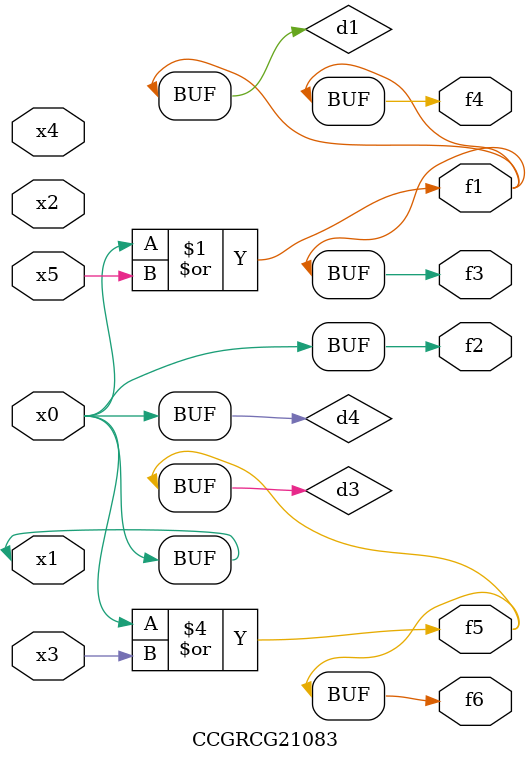
<source format=v>
module CCGRCG21083(
	input x0, x1, x2, x3, x4, x5,
	output f1, f2, f3, f4, f5, f6
);

	wire d1, d2, d3, d4;

	or (d1, x0, x5);
	xnor (d2, x1, x4);
	or (d3, x0, x3);
	buf (d4, x0, x1);
	assign f1 = d1;
	assign f2 = d4;
	assign f3 = d1;
	assign f4 = d1;
	assign f5 = d3;
	assign f6 = d3;
endmodule

</source>
